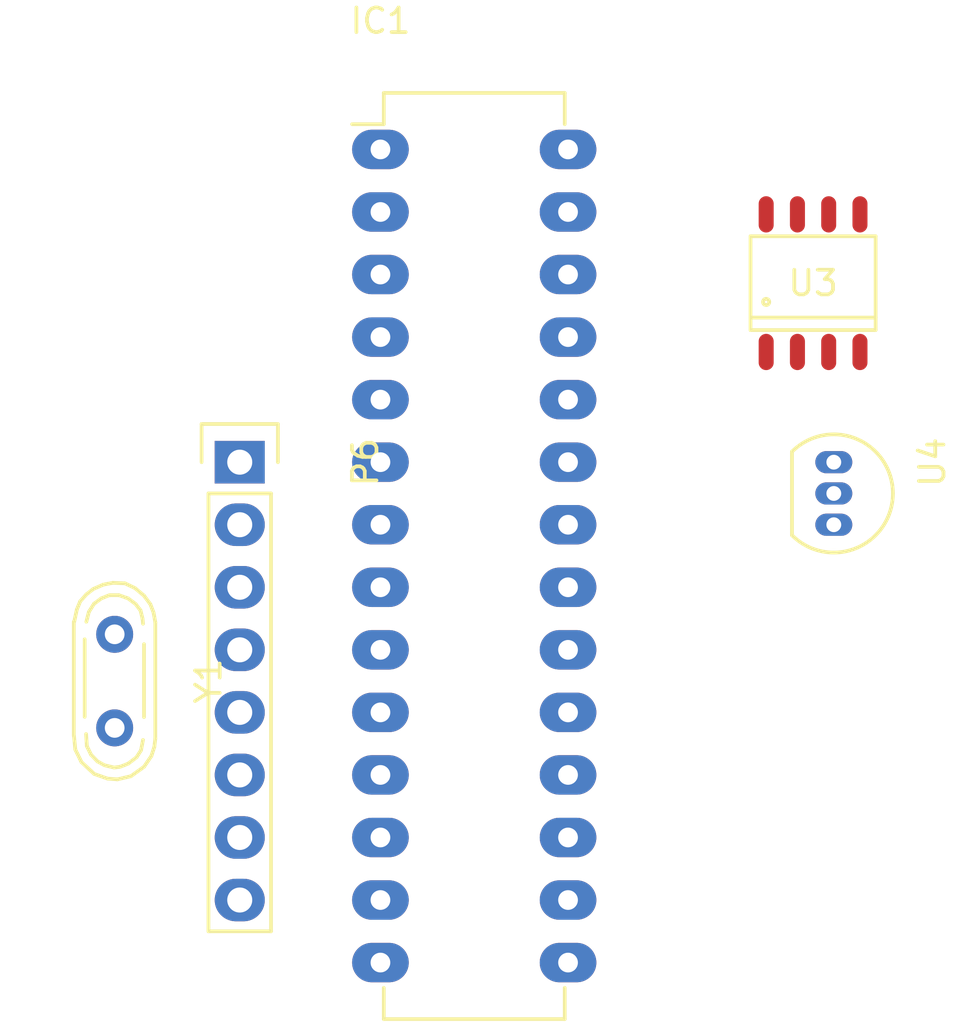
<source format=kicad_pcb>
(kicad_pcb (version 4) (host pcbnew 4.0.4+e1-6308~48~ubuntu16.04.1-stable)

  (general
    (links 10)
    (no_connects 10)
    (area 0 0 0 0)
    (thickness 1.6)
    (drawings 0)
    (tracks 0)
    (zones 0)
    (modules 5)
    (nets 40)
  )

  (page A4)
  (layers
    (0 F.Cu signal)
    (31 B.Cu signal)
    (32 B.Adhes user)
    (33 F.Adhes user)
    (34 B.Paste user)
    (35 F.Paste user)
    (36 B.SilkS user)
    (37 F.SilkS user)
    (38 B.Mask user)
    (39 F.Mask user)
    (40 Dwgs.User user)
    (41 Cmts.User user)
    (42 Eco1.User user)
    (43 Eco2.User user)
    (44 Edge.Cuts user)
    (45 Margin user)
    (46 B.CrtYd user)
    (47 F.CrtYd user)
    (48 B.Fab user)
    (49 F.Fab user)
  )

  (setup
    (last_trace_width 0.25)
    (trace_clearance 0.2)
    (zone_clearance 0.508)
    (zone_45_only no)
    (trace_min 0.2)
    (segment_width 0.2)
    (edge_width 0.15)
    (via_size 0.6)
    (via_drill 0.4)
    (via_min_size 0.4)
    (via_min_drill 0.3)
    (uvia_size 0.3)
    (uvia_drill 0.1)
    (uvias_allowed no)
    (uvia_min_size 0.2)
    (uvia_min_drill 0.1)
    (pcb_text_width 0.3)
    (pcb_text_size 1.5 1.5)
    (mod_edge_width 0.15)
    (mod_text_size 1 1)
    (mod_text_width 0.15)
    (pad_size 1.524 1.524)
    (pad_drill 0.762)
    (pad_to_mask_clearance 0.2)
    (aux_axis_origin 0 0)
    (visible_elements FFFFFF7F)
    (pcbplotparams
      (layerselection 0x00030_80000001)
      (usegerberextensions false)
      (excludeedgelayer true)
      (linewidth 0.100000)
      (plotframeref false)
      (viasonmask false)
      (mode 1)
      (useauxorigin false)
      (hpglpennumber 1)
      (hpglpenspeed 20)
      (hpglpendiameter 15)
      (hpglpenoverlay 2)
      (psnegative false)
      (psa4output false)
      (plotreference true)
      (plotvalue true)
      (plotinvisibletext false)
      (padsonsilk false)
      (subtractmaskfromsilk false)
      (outputformat 1)
      (mirror false)
      (drillshape 1)
      (scaleselection 1)
      (outputdirectory ""))
  )

  (net 0 "")
  (net 1 "Net-(IC1-Pad1)")
  (net 2 /RX)
  (net 3 /TX)
  (net 4 /stop)
  (net 5 /start)
  (net 6 /up)
  (net 7 +5V)
  (net 8 GND)
  (net 9 "Net-(C12-Pad1)")
  (net 10 "Net-(C13-Pad1)")
  (net 11 /down)
  (net 12 /buzz)
  (net 13 /led)
  (net 14 "Net-(IC1-Pad14)")
  (net 15 /pwm16)
  (net 16 "Net-(IC1-Pad16)")
  (net 17 /ser)
  (net 18 /sck)
  (net 19 /rck)
  (net 20 "Net-(C11-Pad2)")
  (net 21 /Vref)
  (net 22 /senIN)
  (net 23 /senIS)
  (net 24 /senUN)
  (net 25 /senUS)
  (net 26 "Net-(IC1-Pad27)")
  (net 27 "Net-(IC1-Pad28)")
  (net 28 /BT1)
  (net 29 /BT2)
  (net 30 /BT3)
  (net 31 /BT4)
  (net 32 "Net-(U3-Pad1)")
  (net 33 "Net-(C6-Pad1)")
  (net 34 "Net-(C6-Pad2)")
  (net 35 -5V)
  (net 36 "Net-(U3-Pad6)")
  (net 37 "Net-(U3-Pad7)")
  (net 38 "Net-(P5-Pad1)")
  (net 39 "Net-(R2-Pad2)")

  (net_class Default "This is the default net class."
    (clearance 0.2)
    (trace_width 0.25)
    (via_dia 0.6)
    (via_drill 0.4)
    (uvia_dia 0.3)
    (uvia_drill 0.1)
    (add_net +5V)
    (add_net -5V)
    (add_net /BT1)
    (add_net /BT2)
    (add_net /BT3)
    (add_net /BT4)
    (add_net /RX)
    (add_net /TX)
    (add_net /Vref)
    (add_net /buzz)
    (add_net /down)
    (add_net /led)
    (add_net /pwm16)
    (add_net /rck)
    (add_net /sck)
    (add_net /senIN)
    (add_net /senIS)
    (add_net /senUN)
    (add_net /senUS)
    (add_net /ser)
    (add_net /start)
    (add_net /stop)
    (add_net /up)
    (add_net GND)
    (add_net "Net-(C11-Pad2)")
    (add_net "Net-(C12-Pad1)")
    (add_net "Net-(C13-Pad1)")
    (add_net "Net-(C6-Pad1)")
    (add_net "Net-(C6-Pad2)")
    (add_net "Net-(IC1-Pad1)")
    (add_net "Net-(IC1-Pad14)")
    (add_net "Net-(IC1-Pad16)")
    (add_net "Net-(IC1-Pad27)")
    (add_net "Net-(IC1-Pad28)")
    (add_net "Net-(P5-Pad1)")
    (add_net "Net-(R2-Pad2)")
    (add_net "Net-(U3-Pad1)")
    (add_net "Net-(U3-Pad6)")
    (add_net "Net-(U3-Pad7)")
  )

  (module Housings_DIP:DIP-28_W7.62mm_LongPads (layer F.Cu) (tedit 54130A77) (tstamp 583F0E22)
    (at 174.625 112.395)
    (descr "28-lead dip package, row spacing 7.62 mm (300 mils), longer pads")
    (tags "dil dip 2.54 300")
    (path /583C6334)
    (fp_text reference IC1 (at 0 -5.22) (layer F.SilkS)
      (effects (font (size 1 1) (thickness 0.15)))
    )
    (fp_text value ATMEGA328-P (at 0 -3.72) (layer F.Fab)
      (effects (font (size 1 1) (thickness 0.15)))
    )
    (fp_line (start -1.4 -2.45) (end -1.4 35.5) (layer F.CrtYd) (width 0.05))
    (fp_line (start 9 -2.45) (end 9 35.5) (layer F.CrtYd) (width 0.05))
    (fp_line (start -1.4 -2.45) (end 9 -2.45) (layer F.CrtYd) (width 0.05))
    (fp_line (start -1.4 35.5) (end 9 35.5) (layer F.CrtYd) (width 0.05))
    (fp_line (start 0.135 -2.295) (end 0.135 -1.025) (layer F.SilkS) (width 0.15))
    (fp_line (start 7.485 -2.295) (end 7.485 -1.025) (layer F.SilkS) (width 0.15))
    (fp_line (start 7.485 35.315) (end 7.485 34.045) (layer F.SilkS) (width 0.15))
    (fp_line (start 0.135 35.315) (end 0.135 34.045) (layer F.SilkS) (width 0.15))
    (fp_line (start 0.135 -2.295) (end 7.485 -2.295) (layer F.SilkS) (width 0.15))
    (fp_line (start 0.135 35.315) (end 7.485 35.315) (layer F.SilkS) (width 0.15))
    (fp_line (start 0.135 -1.025) (end -1.15 -1.025) (layer F.SilkS) (width 0.15))
    (pad 1 thru_hole oval (at 0 0) (size 2.3 1.6) (drill 0.8) (layers *.Cu *.Mask)
      (net 1 "Net-(IC1-Pad1)"))
    (pad 2 thru_hole oval (at 0 2.54) (size 2.3 1.6) (drill 0.8) (layers *.Cu *.Mask)
      (net 2 /RX))
    (pad 3 thru_hole oval (at 0 5.08) (size 2.3 1.6) (drill 0.8) (layers *.Cu *.Mask)
      (net 3 /TX))
    (pad 4 thru_hole oval (at 0 7.62) (size 2.3 1.6) (drill 0.8) (layers *.Cu *.Mask)
      (net 4 /stop))
    (pad 5 thru_hole oval (at 0 10.16) (size 2.3 1.6) (drill 0.8) (layers *.Cu *.Mask)
      (net 5 /start))
    (pad 6 thru_hole oval (at 0 12.7) (size 2.3 1.6) (drill 0.8) (layers *.Cu *.Mask)
      (net 6 /up))
    (pad 7 thru_hole oval (at 0 15.24) (size 2.3 1.6) (drill 0.8) (layers *.Cu *.Mask)
      (net 7 +5V))
    (pad 8 thru_hole oval (at 0 17.78) (size 2.3 1.6) (drill 0.8) (layers *.Cu *.Mask)
      (net 8 GND))
    (pad 9 thru_hole oval (at 0 20.32) (size 2.3 1.6) (drill 0.8) (layers *.Cu *.Mask)
      (net 9 "Net-(C12-Pad1)"))
    (pad 10 thru_hole oval (at 0 22.86) (size 2.3 1.6) (drill 0.8) (layers *.Cu *.Mask)
      (net 10 "Net-(C13-Pad1)"))
    (pad 11 thru_hole oval (at 0 25.4) (size 2.3 1.6) (drill 0.8) (layers *.Cu *.Mask)
      (net 11 /down))
    (pad 12 thru_hole oval (at 0 27.94) (size 2.3 1.6) (drill 0.8) (layers *.Cu *.Mask)
      (net 12 /buzz))
    (pad 13 thru_hole oval (at 0 30.48) (size 2.3 1.6) (drill 0.8) (layers *.Cu *.Mask)
      (net 13 /led))
    (pad 14 thru_hole oval (at 0 33.02) (size 2.3 1.6) (drill 0.8) (layers *.Cu *.Mask)
      (net 14 "Net-(IC1-Pad14)"))
    (pad 15 thru_hole oval (at 7.62 33.02) (size 2.3 1.6) (drill 0.8) (layers *.Cu *.Mask)
      (net 15 /pwm16))
    (pad 16 thru_hole oval (at 7.62 30.48) (size 2.3 1.6) (drill 0.8) (layers *.Cu *.Mask)
      (net 16 "Net-(IC1-Pad16)"))
    (pad 17 thru_hole oval (at 7.62 27.94) (size 2.3 1.6) (drill 0.8) (layers *.Cu *.Mask)
      (net 17 /ser))
    (pad 18 thru_hole oval (at 7.62 25.4) (size 2.3 1.6) (drill 0.8) (layers *.Cu *.Mask)
      (net 18 /sck))
    (pad 19 thru_hole oval (at 7.62 22.86) (size 2.3 1.6) (drill 0.8) (layers *.Cu *.Mask)
      (net 19 /rck))
    (pad 20 thru_hole oval (at 7.62 20.32) (size 2.3 1.6) (drill 0.8) (layers *.Cu *.Mask)
      (net 20 "Net-(C11-Pad2)"))
    (pad 21 thru_hole oval (at 7.62 17.78) (size 2.3 1.6) (drill 0.8) (layers *.Cu *.Mask)
      (net 21 /Vref))
    (pad 22 thru_hole oval (at 7.62 15.24) (size 2.3 1.6) (drill 0.8) (layers *.Cu *.Mask)
      (net 8 GND))
    (pad 23 thru_hole oval (at 7.62 12.7) (size 2.3 1.6) (drill 0.8) (layers *.Cu *.Mask)
      (net 22 /senIN))
    (pad 24 thru_hole oval (at 7.62 10.16) (size 2.3 1.6) (drill 0.8) (layers *.Cu *.Mask)
      (net 23 /senIS))
    (pad 25 thru_hole oval (at 7.62 7.62) (size 2.3 1.6) (drill 0.8) (layers *.Cu *.Mask)
      (net 24 /senUN))
    (pad 26 thru_hole oval (at 7.62 5.08) (size 2.3 1.6) (drill 0.8) (layers *.Cu *.Mask)
      (net 25 /senUS))
    (pad 27 thru_hole oval (at 7.62 2.54) (size 2.3 1.6) (drill 0.8) (layers *.Cu *.Mask)
      (net 26 "Net-(IC1-Pad27)"))
    (pad 28 thru_hole oval (at 7.62 0) (size 2.3 1.6) (drill 0.8) (layers *.Cu *.Mask)
      (net 27 "Net-(IC1-Pad28)"))
    (model Housings_DIP.3dshapes/DIP-28_W7.62mm_LongPads.wrl
      (at (xyz 0 0 0))
      (scale (xyz 1 1 1))
      (rotate (xyz 0 0 0))
    )
  )

  (module Socket_Strips:Socket_Strip_Straight_1x08 (layer F.Cu) (tedit 0) (tstamp 583F0E2E)
    (at 168.91 125.095 270)
    (descr "Through hole socket strip")
    (tags "socket strip")
    (path /583D1A72)
    (fp_text reference P6 (at 0 -5.1 270) (layer F.SilkS)
      (effects (font (size 1 1) (thickness 0.15)))
    )
    (fp_text value CONN_01X08 (at 0 -3.1 270) (layer F.Fab)
      (effects (font (size 1 1) (thickness 0.15)))
    )
    (fp_line (start -1.75 -1.75) (end -1.75 1.75) (layer F.CrtYd) (width 0.05))
    (fp_line (start 19.55 -1.75) (end 19.55 1.75) (layer F.CrtYd) (width 0.05))
    (fp_line (start -1.75 -1.75) (end 19.55 -1.75) (layer F.CrtYd) (width 0.05))
    (fp_line (start -1.75 1.75) (end 19.55 1.75) (layer F.CrtYd) (width 0.05))
    (fp_line (start 1.27 1.27) (end 19.05 1.27) (layer F.SilkS) (width 0.15))
    (fp_line (start 19.05 1.27) (end 19.05 -1.27) (layer F.SilkS) (width 0.15))
    (fp_line (start 19.05 -1.27) (end 1.27 -1.27) (layer F.SilkS) (width 0.15))
    (fp_line (start -1.55 1.55) (end 0 1.55) (layer F.SilkS) (width 0.15))
    (fp_line (start 1.27 1.27) (end 1.27 -1.27) (layer F.SilkS) (width 0.15))
    (fp_line (start 0 -1.55) (end -1.55 -1.55) (layer F.SilkS) (width 0.15))
    (fp_line (start -1.55 -1.55) (end -1.55 1.55) (layer F.SilkS) (width 0.15))
    (pad 1 thru_hole rect (at 0 0 270) (size 1.7272 2.032) (drill 1.016) (layers *.Cu *.Mask)
      (net 7 +5V))
    (pad 2 thru_hole oval (at 2.54 0 270) (size 1.7272 2.032) (drill 1.016) (layers *.Cu *.Mask)
      (net 8 GND))
    (pad 3 thru_hole oval (at 5.08 0 270) (size 1.7272 2.032) (drill 1.016) (layers *.Cu *.Mask)
      (net 28 /BT1))
    (pad 4 thru_hole oval (at 7.62 0 270) (size 1.7272 2.032) (drill 1.016) (layers *.Cu *.Mask)
      (net 29 /BT2))
    (pad 5 thru_hole oval (at 10.16 0 270) (size 1.7272 2.032) (drill 1.016) (layers *.Cu *.Mask)
      (net 30 /BT3))
    (pad 6 thru_hole oval (at 12.7 0 270) (size 1.7272 2.032) (drill 1.016) (layers *.Cu *.Mask)
      (net 31 /BT4))
    (pad 7 thru_hole oval (at 15.24 0 270) (size 1.7272 2.032) (drill 1.016) (layers *.Cu *.Mask)
      (net 12 /buzz))
    (pad 8 thru_hole oval (at 17.78 0 270) (size 1.7272 2.032) (drill 1.016) (layers *.Cu *.Mask)
      (net 13 /led))
    (model Socket_Strips.3dshapes/Socket_Strip_Straight_1x08.wrl
      (at (xyz 0.35 0 0))
      (scale (xyz 1 1 1))
      (rotate (xyz 0 0 180))
    )
  )

  (module Power_Integrations:SO-8 (layer F.Cu) (tedit 0) (tstamp 583F0E3A)
    (at 192.197619 117.8256)
    (descr "SO-8 Surface Mount Small Outline 150mil 8pin Package")
    (tags "Power Integrations D Package")
    (path /583B3157)
    (fp_text reference U3 (at 0 0) (layer F.SilkS)
      (effects (font (size 1 1) (thickness 0.15)))
    )
    (fp_text value ICL7660 (at 0 0) (layer F.Fab)
      (effects (font (size 1 1) (thickness 0.15)))
    )
    (fp_circle (center -1.905 0.762) (end -1.778 0.762) (layer F.SilkS) (width 0.15))
    (fp_line (start -2.54 1.397) (end 2.54 1.397) (layer F.SilkS) (width 0.15))
    (fp_line (start -2.54 -1.905) (end 2.54 -1.905) (layer F.SilkS) (width 0.15))
    (fp_line (start -2.54 1.905) (end 2.54 1.905) (layer F.SilkS) (width 0.15))
    (fp_line (start -2.54 1.905) (end -2.54 -1.905) (layer F.SilkS) (width 0.15))
    (fp_line (start 2.54 1.905) (end 2.54 -1.905) (layer F.SilkS) (width 0.15))
    (pad 1 smd oval (at -1.905 2.794) (size 0.6096 1.4732) (layers F.Cu F.Paste F.Mask)
      (net 32 "Net-(U3-Pad1)"))
    (pad 2 smd oval (at -0.635 2.794) (size 0.6096 1.4732) (layers F.Cu F.Paste F.Mask)
      (net 33 "Net-(C6-Pad1)"))
    (pad 3 smd oval (at 0.635 2.794) (size 0.6096 1.4732) (layers F.Cu F.Paste F.Mask)
      (net 8 GND))
    (pad 4 smd oval (at 1.905 2.794) (size 0.6096 1.4732) (layers F.Cu F.Paste F.Mask)
      (net 34 "Net-(C6-Pad2)"))
    (pad 5 smd oval (at 1.905 -2.794) (size 0.6096 1.4732) (layers F.Cu F.Paste F.Mask)
      (net 35 -5V))
    (pad 6 smd oval (at 0.635 -2.794) (size 0.6096 1.4732) (layers F.Cu F.Paste F.Mask)
      (net 36 "Net-(U3-Pad6)"))
    (pad 7 smd oval (at -0.635 -2.794) (size 0.6096 1.4732) (layers F.Cu F.Paste F.Mask)
      (net 37 "Net-(U3-Pad7)"))
    (pad 8 smd oval (at -1.905 -2.794) (size 0.6096 1.4732) (layers F.Cu F.Paste F.Mask)
      (net 7 +5V))
  )

  (module TO_SOT_Packages_THT:TO-92_Inline_Narrow_Oval (layer F.Cu) (tedit 54F24281) (tstamp 583F0E41)
    (at 193.04 125.095 270)
    (descr "TO-92 leads in-line, narrow, oval pads, drill 0.6mm (see NXP sot054_po.pdf)")
    (tags "to-92 sc-43 sc-43a sot54 PA33 transistor")
    (path /583C218D)
    (fp_text reference U4 (at 0 -4 270) (layer F.SilkS)
      (effects (font (size 1 1) (thickness 0.15)))
    )
    (fp_text value TL431 (at 0 3 270) (layer F.Fab)
      (effects (font (size 1 1) (thickness 0.15)))
    )
    (fp_line (start -1.4 1.95) (end -1.4 -2.65) (layer F.CrtYd) (width 0.05))
    (fp_line (start -1.4 1.95) (end 3.95 1.95) (layer F.CrtYd) (width 0.05))
    (fp_line (start -0.43 1.7) (end 2.97 1.7) (layer F.SilkS) (width 0.15))
    (fp_arc (start 1.27 0) (end 1.27 -2.4) (angle -135) (layer F.SilkS) (width 0.15))
    (fp_arc (start 1.27 0) (end 1.27 -2.4) (angle 135) (layer F.SilkS) (width 0.15))
    (fp_line (start -1.4 -2.65) (end 3.95 -2.65) (layer F.CrtYd) (width 0.05))
    (fp_line (start 3.95 1.95) (end 3.95 -2.65) (layer F.CrtYd) (width 0.05))
    (pad 2 thru_hole oval (at 1.27 0 90) (size 0.89916 1.50114) (drill 0.6) (layers *.Cu *.Mask)
      (net 8 GND))
    (pad 3 thru_hole oval (at 2.54 0 90) (size 0.89916 1.50114) (drill 0.6) (layers *.Cu *.Mask)
      (net 38 "Net-(P5-Pad1)"))
    (pad 1 thru_hole oval (at 0 0 90) (size 0.89916 1.50114) (drill 0.6) (layers *.Cu *.Mask)
      (net 39 "Net-(R2-Pad2)"))
    (model TO_SOT_Packages_THT.3dshapes/TO-92_Inline_Narrow_Oval.wrl
      (at (xyz 0.05 0 0))
      (scale (xyz 1 1 1))
      (rotate (xyz 0 0 -90))
    )
  )

  (module Crystals:Crystal_HC52-U_Vertical (layer F.Cu) (tedit 0) (tstamp 583F0E47)
    (at 163.83 133.985 270)
    (descr "Crystal, Quarz, HC52/U, vertical, stehend,")
    (tags "Crystal Quarz HC52/U vertical stehend")
    (path /583D70E8)
    (fp_text reference Y1 (at 0 -3.81 270) (layer F.SilkS)
      (effects (font (size 1 1) (thickness 0.15)))
    )
    (fp_text value 16MHz (at 0 3.81 270) (layer F.Fab)
      (effects (font (size 1 1) (thickness 0.15)))
    )
    (fp_line (start 1.4605 -1.19126) (end -1.50114 -1.19126) (layer F.SilkS) (width 0.15))
    (fp_line (start 2.21996 1.66116) (end -2.41046 1.66116) (layer F.SilkS) (width 0.15))
    (fp_line (start -1.69926 1.2192) (end 1.45034 1.2192) (layer F.SilkS) (width 0.15))
    (fp_line (start 2.39014 -1.15062) (end 2.80924 -1.06934) (layer F.SilkS) (width 0.15))
    (fp_line (start 2.80924 -1.06934) (end 3.09118 -0.889) (layer F.SilkS) (width 0.15))
    (fp_line (start 3.09118 -0.889) (end 3.35026 -0.55118) (layer F.SilkS) (width 0.15))
    (fp_line (start 3.35026 -0.55118) (end 3.4798 -0.22098) (layer F.SilkS) (width 0.15))
    (fp_line (start 3.4798 -0.22098) (end 3.51028 0.02032) (layer F.SilkS) (width 0.15))
    (fp_line (start 3.51028 0.02032) (end 3.41884 0.40894) (layer F.SilkS) (width 0.15))
    (fp_line (start 3.41884 0.40894) (end 3.25882 0.70104) (layer F.SilkS) (width 0.15))
    (fp_line (start 3.25882 0.70104) (end 2.98958 0.96012) (layer F.SilkS) (width 0.15))
    (fp_line (start 2.98958 0.96012) (end 2.63906 1.1303) (layer F.SilkS) (width 0.15))
    (fp_line (start 2.63906 1.1303) (end 2.14884 1.16078) (layer F.SilkS) (width 0.15))
    (fp_line (start -2.41046 1.15062) (end -2.80924 1.04902) (layer F.SilkS) (width 0.15))
    (fp_line (start -2.80924 1.04902) (end -3.13944 0.84074) (layer F.SilkS) (width 0.15))
    (fp_line (start -3.13944 0.84074) (end -3.36042 0.54102) (layer F.SilkS) (width 0.15))
    (fp_line (start -3.36042 0.54102) (end -3.48996 0.21082) (layer F.SilkS) (width 0.15))
    (fp_line (start -3.48996 0.21082) (end -3.48996 -0.17018) (layer F.SilkS) (width 0.15))
    (fp_line (start -3.48996 -0.17018) (end -3.36042 -0.54102) (layer F.SilkS) (width 0.15))
    (fp_line (start -3.36042 -0.54102) (end -3.12928 -0.8509) (layer F.SilkS) (width 0.15))
    (fp_line (start -3.12928 -0.8509) (end -2.8702 -1.04902) (layer F.SilkS) (width 0.15))
    (fp_line (start -2.8702 -1.04902) (end -2.54 -1.1303) (layer F.SilkS) (width 0.15))
    (fp_line (start -2.54 -1.1303) (end -2.32918 -1.15062) (layer F.SilkS) (width 0.15))
    (fp_line (start -2.39014 -1.651) (end 2.32918 -1.651) (layer F.SilkS) (width 0.15))
    (fp_line (start 2.32918 -1.651) (end 2.66954 -1.61036) (layer F.SilkS) (width 0.15))
    (fp_line (start 2.66954 -1.61036) (end 3.04038 -1.49098) (layer F.SilkS) (width 0.15))
    (fp_line (start 3.04038 -1.49098) (end 3.4798 -1.19126) (layer F.SilkS) (width 0.15))
    (fp_line (start 3.4798 -1.19126) (end 3.8608 -0.6604) (layer F.SilkS) (width 0.15))
    (fp_line (start 3.8608 -0.6604) (end 3.99034 -0.10922) (layer F.SilkS) (width 0.15))
    (fp_line (start 3.99034 -0.10922) (end 3.95986 0.28956) (layer F.SilkS) (width 0.15))
    (fp_line (start 3.95986 0.28956) (end 3.76936 0.83058) (layer F.SilkS) (width 0.15))
    (fp_line (start 3.76936 0.83058) (end 3.2893 1.34874) (layer F.SilkS) (width 0.15))
    (fp_line (start 3.2893 1.34874) (end 2.77876 1.6002) (layer F.SilkS) (width 0.15))
    (fp_line (start 2.77876 1.6002) (end 2.24028 1.651) (layer F.SilkS) (width 0.15))
    (fp_line (start -2.42062 1.64084) (end -2.90068 1.53924) (layer F.SilkS) (width 0.15))
    (fp_line (start -2.90068 1.53924) (end -3.24104 1.39954) (layer F.SilkS) (width 0.15))
    (fp_line (start -3.24104 1.39954) (end -3.52044 1.15062) (layer F.SilkS) (width 0.15))
    (fp_line (start -3.52044 1.15062) (end -3.73888 0.87122) (layer F.SilkS) (width 0.15))
    (fp_line (start -3.73888 0.87122) (end -3.91922 0.45974) (layer F.SilkS) (width 0.15))
    (fp_line (start -3.91922 0.45974) (end -3.99034 0.07112) (layer F.SilkS) (width 0.15))
    (fp_line (start -3.99034 0.07112) (end -3.97002 -0.4191) (layer F.SilkS) (width 0.15))
    (fp_line (start -3.97002 -0.4191) (end -3.77952 -0.82042) (layer F.SilkS) (width 0.15))
    (fp_line (start -3.77952 -0.82042) (end -3.46964 -1.19126) (layer F.SilkS) (width 0.15))
    (fp_line (start -3.46964 -1.19126) (end -3.11912 -1.45034) (layer F.SilkS) (width 0.15))
    (fp_line (start -3.11912 -1.45034) (end -2.77876 -1.57988) (layer F.SilkS) (width 0.15))
    (fp_line (start -2.77876 -1.57988) (end -2.37998 -1.651) (layer F.SilkS) (width 0.15))
    (pad 1 thru_hole circle (at -1.89992 0 270) (size 1.50114 1.50114) (drill 0.8001) (layers *.Cu *.Mask)
      (net 9 "Net-(C12-Pad1)"))
    (pad 2 thru_hole circle (at 1.89992 0 270) (size 1.50114 1.50114) (drill 0.8001) (layers *.Cu *.Mask)
      (net 10 "Net-(C13-Pad1)"))
  )

)

</source>
